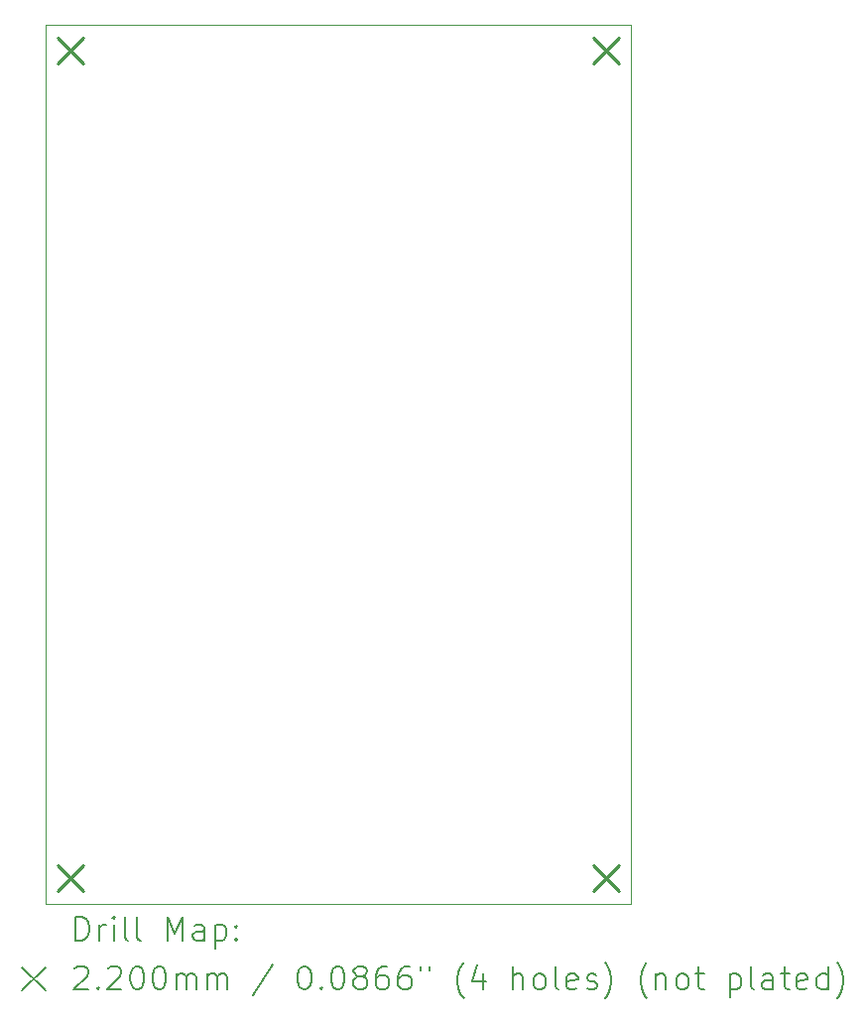
<source format=gbr>
%TF.GenerationSoftware,KiCad,Pcbnew,8.0.8*%
%TF.CreationDate,2025-01-30T21:03:49+01:00*%
%TF.ProjectId,HAMS_hub,48414d53-5f68-4756-922e-6b696361645f,rev?*%
%TF.SameCoordinates,Original*%
%TF.FileFunction,Drillmap*%
%TF.FilePolarity,Positive*%
%FSLAX45Y45*%
G04 Gerber Fmt 4.5, Leading zero omitted, Abs format (unit mm)*
G04 Created by KiCad (PCBNEW 8.0.8) date 2025-01-30 21:03:49*
%MOMM*%
%LPD*%
G01*
G04 APERTURE LIST*
%ADD10C,0.050000*%
%ADD11C,0.200000*%
%ADD12C,0.220000*%
G04 APERTURE END LIST*
D10*
X8345500Y-5870000D02*
X13345500Y-5870000D01*
X13345500Y-13370000D01*
X8345500Y-13370000D01*
X8345500Y-5870000D01*
D11*
D12*
X8450000Y-5980000D02*
X8670000Y-6200000D01*
X8670000Y-5980000D02*
X8450000Y-6200000D01*
X8450000Y-13040000D02*
X8670000Y-13260000D01*
X8670000Y-13040000D02*
X8450000Y-13260000D01*
X13020000Y-5980000D02*
X13240000Y-6200000D01*
X13240000Y-5980000D02*
X13020000Y-6200000D01*
X13020000Y-13040000D02*
X13240000Y-13260000D01*
X13240000Y-13040000D02*
X13020000Y-13260000D01*
D11*
X8603777Y-13683984D02*
X8603777Y-13483984D01*
X8603777Y-13483984D02*
X8651396Y-13483984D01*
X8651396Y-13483984D02*
X8679967Y-13493508D01*
X8679967Y-13493508D02*
X8699015Y-13512555D01*
X8699015Y-13512555D02*
X8708539Y-13531603D01*
X8708539Y-13531603D02*
X8718063Y-13569698D01*
X8718063Y-13569698D02*
X8718063Y-13598269D01*
X8718063Y-13598269D02*
X8708539Y-13636365D01*
X8708539Y-13636365D02*
X8699015Y-13655412D01*
X8699015Y-13655412D02*
X8679967Y-13674460D01*
X8679967Y-13674460D02*
X8651396Y-13683984D01*
X8651396Y-13683984D02*
X8603777Y-13683984D01*
X8803777Y-13683984D02*
X8803777Y-13550650D01*
X8803777Y-13588746D02*
X8813301Y-13569698D01*
X8813301Y-13569698D02*
X8822824Y-13560174D01*
X8822824Y-13560174D02*
X8841872Y-13550650D01*
X8841872Y-13550650D02*
X8860920Y-13550650D01*
X8927586Y-13683984D02*
X8927586Y-13550650D01*
X8927586Y-13483984D02*
X8918063Y-13493508D01*
X8918063Y-13493508D02*
X8927586Y-13503031D01*
X8927586Y-13503031D02*
X8937110Y-13493508D01*
X8937110Y-13493508D02*
X8927586Y-13483984D01*
X8927586Y-13483984D02*
X8927586Y-13503031D01*
X9051396Y-13683984D02*
X9032348Y-13674460D01*
X9032348Y-13674460D02*
X9022824Y-13655412D01*
X9022824Y-13655412D02*
X9022824Y-13483984D01*
X9156158Y-13683984D02*
X9137110Y-13674460D01*
X9137110Y-13674460D02*
X9127586Y-13655412D01*
X9127586Y-13655412D02*
X9127586Y-13483984D01*
X9384729Y-13683984D02*
X9384729Y-13483984D01*
X9384729Y-13483984D02*
X9451396Y-13626841D01*
X9451396Y-13626841D02*
X9518063Y-13483984D01*
X9518063Y-13483984D02*
X9518063Y-13683984D01*
X9699015Y-13683984D02*
X9699015Y-13579222D01*
X9699015Y-13579222D02*
X9689491Y-13560174D01*
X9689491Y-13560174D02*
X9670444Y-13550650D01*
X9670444Y-13550650D02*
X9632348Y-13550650D01*
X9632348Y-13550650D02*
X9613301Y-13560174D01*
X9699015Y-13674460D02*
X9679967Y-13683984D01*
X9679967Y-13683984D02*
X9632348Y-13683984D01*
X9632348Y-13683984D02*
X9613301Y-13674460D01*
X9613301Y-13674460D02*
X9603777Y-13655412D01*
X9603777Y-13655412D02*
X9603777Y-13636365D01*
X9603777Y-13636365D02*
X9613301Y-13617317D01*
X9613301Y-13617317D02*
X9632348Y-13607793D01*
X9632348Y-13607793D02*
X9679967Y-13607793D01*
X9679967Y-13607793D02*
X9699015Y-13598269D01*
X9794253Y-13550650D02*
X9794253Y-13750650D01*
X9794253Y-13560174D02*
X9813301Y-13550650D01*
X9813301Y-13550650D02*
X9851396Y-13550650D01*
X9851396Y-13550650D02*
X9870444Y-13560174D01*
X9870444Y-13560174D02*
X9879967Y-13569698D01*
X9879967Y-13569698D02*
X9889491Y-13588746D01*
X9889491Y-13588746D02*
X9889491Y-13645888D01*
X9889491Y-13645888D02*
X9879967Y-13664936D01*
X9879967Y-13664936D02*
X9870444Y-13674460D01*
X9870444Y-13674460D02*
X9851396Y-13683984D01*
X9851396Y-13683984D02*
X9813301Y-13683984D01*
X9813301Y-13683984D02*
X9794253Y-13674460D01*
X9975205Y-13664936D02*
X9984729Y-13674460D01*
X9984729Y-13674460D02*
X9975205Y-13683984D01*
X9975205Y-13683984D02*
X9965682Y-13674460D01*
X9965682Y-13674460D02*
X9975205Y-13664936D01*
X9975205Y-13664936D02*
X9975205Y-13683984D01*
X9975205Y-13560174D02*
X9984729Y-13569698D01*
X9984729Y-13569698D02*
X9975205Y-13579222D01*
X9975205Y-13579222D02*
X9965682Y-13569698D01*
X9965682Y-13569698D02*
X9975205Y-13560174D01*
X9975205Y-13560174D02*
X9975205Y-13579222D01*
X8143000Y-13912500D02*
X8343000Y-14112500D01*
X8343000Y-13912500D02*
X8143000Y-14112500D01*
X8594253Y-13923031D02*
X8603777Y-13913508D01*
X8603777Y-13913508D02*
X8622824Y-13903984D01*
X8622824Y-13903984D02*
X8670444Y-13903984D01*
X8670444Y-13903984D02*
X8689491Y-13913508D01*
X8689491Y-13913508D02*
X8699015Y-13923031D01*
X8699015Y-13923031D02*
X8708539Y-13942079D01*
X8708539Y-13942079D02*
X8708539Y-13961127D01*
X8708539Y-13961127D02*
X8699015Y-13989698D01*
X8699015Y-13989698D02*
X8584729Y-14103984D01*
X8584729Y-14103984D02*
X8708539Y-14103984D01*
X8794253Y-14084936D02*
X8803777Y-14094460D01*
X8803777Y-14094460D02*
X8794253Y-14103984D01*
X8794253Y-14103984D02*
X8784729Y-14094460D01*
X8784729Y-14094460D02*
X8794253Y-14084936D01*
X8794253Y-14084936D02*
X8794253Y-14103984D01*
X8879967Y-13923031D02*
X8889491Y-13913508D01*
X8889491Y-13913508D02*
X8908539Y-13903984D01*
X8908539Y-13903984D02*
X8956158Y-13903984D01*
X8956158Y-13903984D02*
X8975205Y-13913508D01*
X8975205Y-13913508D02*
X8984729Y-13923031D01*
X8984729Y-13923031D02*
X8994253Y-13942079D01*
X8994253Y-13942079D02*
X8994253Y-13961127D01*
X8994253Y-13961127D02*
X8984729Y-13989698D01*
X8984729Y-13989698D02*
X8870444Y-14103984D01*
X8870444Y-14103984D02*
X8994253Y-14103984D01*
X9118063Y-13903984D02*
X9137110Y-13903984D01*
X9137110Y-13903984D02*
X9156158Y-13913508D01*
X9156158Y-13913508D02*
X9165682Y-13923031D01*
X9165682Y-13923031D02*
X9175205Y-13942079D01*
X9175205Y-13942079D02*
X9184729Y-13980174D01*
X9184729Y-13980174D02*
X9184729Y-14027793D01*
X9184729Y-14027793D02*
X9175205Y-14065888D01*
X9175205Y-14065888D02*
X9165682Y-14084936D01*
X9165682Y-14084936D02*
X9156158Y-14094460D01*
X9156158Y-14094460D02*
X9137110Y-14103984D01*
X9137110Y-14103984D02*
X9118063Y-14103984D01*
X9118063Y-14103984D02*
X9099015Y-14094460D01*
X9099015Y-14094460D02*
X9089491Y-14084936D01*
X9089491Y-14084936D02*
X9079967Y-14065888D01*
X9079967Y-14065888D02*
X9070444Y-14027793D01*
X9070444Y-14027793D02*
X9070444Y-13980174D01*
X9070444Y-13980174D02*
X9079967Y-13942079D01*
X9079967Y-13942079D02*
X9089491Y-13923031D01*
X9089491Y-13923031D02*
X9099015Y-13913508D01*
X9099015Y-13913508D02*
X9118063Y-13903984D01*
X9308539Y-13903984D02*
X9327586Y-13903984D01*
X9327586Y-13903984D02*
X9346634Y-13913508D01*
X9346634Y-13913508D02*
X9356158Y-13923031D01*
X9356158Y-13923031D02*
X9365682Y-13942079D01*
X9365682Y-13942079D02*
X9375205Y-13980174D01*
X9375205Y-13980174D02*
X9375205Y-14027793D01*
X9375205Y-14027793D02*
X9365682Y-14065888D01*
X9365682Y-14065888D02*
X9356158Y-14084936D01*
X9356158Y-14084936D02*
X9346634Y-14094460D01*
X9346634Y-14094460D02*
X9327586Y-14103984D01*
X9327586Y-14103984D02*
X9308539Y-14103984D01*
X9308539Y-14103984D02*
X9289491Y-14094460D01*
X9289491Y-14094460D02*
X9279967Y-14084936D01*
X9279967Y-14084936D02*
X9270444Y-14065888D01*
X9270444Y-14065888D02*
X9260920Y-14027793D01*
X9260920Y-14027793D02*
X9260920Y-13980174D01*
X9260920Y-13980174D02*
X9270444Y-13942079D01*
X9270444Y-13942079D02*
X9279967Y-13923031D01*
X9279967Y-13923031D02*
X9289491Y-13913508D01*
X9289491Y-13913508D02*
X9308539Y-13903984D01*
X9460920Y-14103984D02*
X9460920Y-13970650D01*
X9460920Y-13989698D02*
X9470444Y-13980174D01*
X9470444Y-13980174D02*
X9489491Y-13970650D01*
X9489491Y-13970650D02*
X9518063Y-13970650D01*
X9518063Y-13970650D02*
X9537110Y-13980174D01*
X9537110Y-13980174D02*
X9546634Y-13999222D01*
X9546634Y-13999222D02*
X9546634Y-14103984D01*
X9546634Y-13999222D02*
X9556158Y-13980174D01*
X9556158Y-13980174D02*
X9575205Y-13970650D01*
X9575205Y-13970650D02*
X9603777Y-13970650D01*
X9603777Y-13970650D02*
X9622825Y-13980174D01*
X9622825Y-13980174D02*
X9632348Y-13999222D01*
X9632348Y-13999222D02*
X9632348Y-14103984D01*
X9727586Y-14103984D02*
X9727586Y-13970650D01*
X9727586Y-13989698D02*
X9737110Y-13980174D01*
X9737110Y-13980174D02*
X9756158Y-13970650D01*
X9756158Y-13970650D02*
X9784729Y-13970650D01*
X9784729Y-13970650D02*
X9803777Y-13980174D01*
X9803777Y-13980174D02*
X9813301Y-13999222D01*
X9813301Y-13999222D02*
X9813301Y-14103984D01*
X9813301Y-13999222D02*
X9822825Y-13980174D01*
X9822825Y-13980174D02*
X9841872Y-13970650D01*
X9841872Y-13970650D02*
X9870444Y-13970650D01*
X9870444Y-13970650D02*
X9889491Y-13980174D01*
X9889491Y-13980174D02*
X9899015Y-13999222D01*
X9899015Y-13999222D02*
X9899015Y-14103984D01*
X10289491Y-13894460D02*
X10118063Y-14151603D01*
X10546634Y-13903984D02*
X10565682Y-13903984D01*
X10565682Y-13903984D02*
X10584729Y-13913508D01*
X10584729Y-13913508D02*
X10594253Y-13923031D01*
X10594253Y-13923031D02*
X10603777Y-13942079D01*
X10603777Y-13942079D02*
X10613301Y-13980174D01*
X10613301Y-13980174D02*
X10613301Y-14027793D01*
X10613301Y-14027793D02*
X10603777Y-14065888D01*
X10603777Y-14065888D02*
X10594253Y-14084936D01*
X10594253Y-14084936D02*
X10584729Y-14094460D01*
X10584729Y-14094460D02*
X10565682Y-14103984D01*
X10565682Y-14103984D02*
X10546634Y-14103984D01*
X10546634Y-14103984D02*
X10527587Y-14094460D01*
X10527587Y-14094460D02*
X10518063Y-14084936D01*
X10518063Y-14084936D02*
X10508539Y-14065888D01*
X10508539Y-14065888D02*
X10499015Y-14027793D01*
X10499015Y-14027793D02*
X10499015Y-13980174D01*
X10499015Y-13980174D02*
X10508539Y-13942079D01*
X10508539Y-13942079D02*
X10518063Y-13923031D01*
X10518063Y-13923031D02*
X10527587Y-13913508D01*
X10527587Y-13913508D02*
X10546634Y-13903984D01*
X10699015Y-14084936D02*
X10708539Y-14094460D01*
X10708539Y-14094460D02*
X10699015Y-14103984D01*
X10699015Y-14103984D02*
X10689491Y-14094460D01*
X10689491Y-14094460D02*
X10699015Y-14084936D01*
X10699015Y-14084936D02*
X10699015Y-14103984D01*
X10832348Y-13903984D02*
X10851396Y-13903984D01*
X10851396Y-13903984D02*
X10870444Y-13913508D01*
X10870444Y-13913508D02*
X10879968Y-13923031D01*
X10879968Y-13923031D02*
X10889491Y-13942079D01*
X10889491Y-13942079D02*
X10899015Y-13980174D01*
X10899015Y-13980174D02*
X10899015Y-14027793D01*
X10899015Y-14027793D02*
X10889491Y-14065888D01*
X10889491Y-14065888D02*
X10879968Y-14084936D01*
X10879968Y-14084936D02*
X10870444Y-14094460D01*
X10870444Y-14094460D02*
X10851396Y-14103984D01*
X10851396Y-14103984D02*
X10832348Y-14103984D01*
X10832348Y-14103984D02*
X10813301Y-14094460D01*
X10813301Y-14094460D02*
X10803777Y-14084936D01*
X10803777Y-14084936D02*
X10794253Y-14065888D01*
X10794253Y-14065888D02*
X10784729Y-14027793D01*
X10784729Y-14027793D02*
X10784729Y-13980174D01*
X10784729Y-13980174D02*
X10794253Y-13942079D01*
X10794253Y-13942079D02*
X10803777Y-13923031D01*
X10803777Y-13923031D02*
X10813301Y-13913508D01*
X10813301Y-13913508D02*
X10832348Y-13903984D01*
X11013301Y-13989698D02*
X10994253Y-13980174D01*
X10994253Y-13980174D02*
X10984729Y-13970650D01*
X10984729Y-13970650D02*
X10975206Y-13951603D01*
X10975206Y-13951603D02*
X10975206Y-13942079D01*
X10975206Y-13942079D02*
X10984729Y-13923031D01*
X10984729Y-13923031D02*
X10994253Y-13913508D01*
X10994253Y-13913508D02*
X11013301Y-13903984D01*
X11013301Y-13903984D02*
X11051396Y-13903984D01*
X11051396Y-13903984D02*
X11070444Y-13913508D01*
X11070444Y-13913508D02*
X11079968Y-13923031D01*
X11079968Y-13923031D02*
X11089491Y-13942079D01*
X11089491Y-13942079D02*
X11089491Y-13951603D01*
X11089491Y-13951603D02*
X11079968Y-13970650D01*
X11079968Y-13970650D02*
X11070444Y-13980174D01*
X11070444Y-13980174D02*
X11051396Y-13989698D01*
X11051396Y-13989698D02*
X11013301Y-13989698D01*
X11013301Y-13989698D02*
X10994253Y-13999222D01*
X10994253Y-13999222D02*
X10984729Y-14008746D01*
X10984729Y-14008746D02*
X10975206Y-14027793D01*
X10975206Y-14027793D02*
X10975206Y-14065888D01*
X10975206Y-14065888D02*
X10984729Y-14084936D01*
X10984729Y-14084936D02*
X10994253Y-14094460D01*
X10994253Y-14094460D02*
X11013301Y-14103984D01*
X11013301Y-14103984D02*
X11051396Y-14103984D01*
X11051396Y-14103984D02*
X11070444Y-14094460D01*
X11070444Y-14094460D02*
X11079968Y-14084936D01*
X11079968Y-14084936D02*
X11089491Y-14065888D01*
X11089491Y-14065888D02*
X11089491Y-14027793D01*
X11089491Y-14027793D02*
X11079968Y-14008746D01*
X11079968Y-14008746D02*
X11070444Y-13999222D01*
X11070444Y-13999222D02*
X11051396Y-13989698D01*
X11260920Y-13903984D02*
X11222825Y-13903984D01*
X11222825Y-13903984D02*
X11203777Y-13913508D01*
X11203777Y-13913508D02*
X11194253Y-13923031D01*
X11194253Y-13923031D02*
X11175206Y-13951603D01*
X11175206Y-13951603D02*
X11165682Y-13989698D01*
X11165682Y-13989698D02*
X11165682Y-14065888D01*
X11165682Y-14065888D02*
X11175206Y-14084936D01*
X11175206Y-14084936D02*
X11184729Y-14094460D01*
X11184729Y-14094460D02*
X11203777Y-14103984D01*
X11203777Y-14103984D02*
X11241872Y-14103984D01*
X11241872Y-14103984D02*
X11260920Y-14094460D01*
X11260920Y-14094460D02*
X11270444Y-14084936D01*
X11270444Y-14084936D02*
X11279967Y-14065888D01*
X11279967Y-14065888D02*
X11279967Y-14018269D01*
X11279967Y-14018269D02*
X11270444Y-13999222D01*
X11270444Y-13999222D02*
X11260920Y-13989698D01*
X11260920Y-13989698D02*
X11241872Y-13980174D01*
X11241872Y-13980174D02*
X11203777Y-13980174D01*
X11203777Y-13980174D02*
X11184729Y-13989698D01*
X11184729Y-13989698D02*
X11175206Y-13999222D01*
X11175206Y-13999222D02*
X11165682Y-14018269D01*
X11451396Y-13903984D02*
X11413301Y-13903984D01*
X11413301Y-13903984D02*
X11394253Y-13913508D01*
X11394253Y-13913508D02*
X11384729Y-13923031D01*
X11384729Y-13923031D02*
X11365682Y-13951603D01*
X11365682Y-13951603D02*
X11356158Y-13989698D01*
X11356158Y-13989698D02*
X11356158Y-14065888D01*
X11356158Y-14065888D02*
X11365682Y-14084936D01*
X11365682Y-14084936D02*
X11375206Y-14094460D01*
X11375206Y-14094460D02*
X11394253Y-14103984D01*
X11394253Y-14103984D02*
X11432348Y-14103984D01*
X11432348Y-14103984D02*
X11451396Y-14094460D01*
X11451396Y-14094460D02*
X11460920Y-14084936D01*
X11460920Y-14084936D02*
X11470444Y-14065888D01*
X11470444Y-14065888D02*
X11470444Y-14018269D01*
X11470444Y-14018269D02*
X11460920Y-13999222D01*
X11460920Y-13999222D02*
X11451396Y-13989698D01*
X11451396Y-13989698D02*
X11432348Y-13980174D01*
X11432348Y-13980174D02*
X11394253Y-13980174D01*
X11394253Y-13980174D02*
X11375206Y-13989698D01*
X11375206Y-13989698D02*
X11365682Y-13999222D01*
X11365682Y-13999222D02*
X11356158Y-14018269D01*
X11546634Y-13903984D02*
X11546634Y-13942079D01*
X11622825Y-13903984D02*
X11622825Y-13942079D01*
X11918063Y-14180174D02*
X11908539Y-14170650D01*
X11908539Y-14170650D02*
X11889491Y-14142079D01*
X11889491Y-14142079D02*
X11879968Y-14123031D01*
X11879968Y-14123031D02*
X11870444Y-14094460D01*
X11870444Y-14094460D02*
X11860920Y-14046841D01*
X11860920Y-14046841D02*
X11860920Y-14008746D01*
X11860920Y-14008746D02*
X11870444Y-13961127D01*
X11870444Y-13961127D02*
X11879968Y-13932555D01*
X11879968Y-13932555D02*
X11889491Y-13913508D01*
X11889491Y-13913508D02*
X11908539Y-13884936D01*
X11908539Y-13884936D02*
X11918063Y-13875412D01*
X12079968Y-13970650D02*
X12079968Y-14103984D01*
X12032348Y-13894460D02*
X11984729Y-14037317D01*
X11984729Y-14037317D02*
X12108539Y-14037317D01*
X12337110Y-14103984D02*
X12337110Y-13903984D01*
X12422825Y-14103984D02*
X12422825Y-13999222D01*
X12422825Y-13999222D02*
X12413301Y-13980174D01*
X12413301Y-13980174D02*
X12394253Y-13970650D01*
X12394253Y-13970650D02*
X12365682Y-13970650D01*
X12365682Y-13970650D02*
X12346634Y-13980174D01*
X12346634Y-13980174D02*
X12337110Y-13989698D01*
X12546634Y-14103984D02*
X12527587Y-14094460D01*
X12527587Y-14094460D02*
X12518063Y-14084936D01*
X12518063Y-14084936D02*
X12508539Y-14065888D01*
X12508539Y-14065888D02*
X12508539Y-14008746D01*
X12508539Y-14008746D02*
X12518063Y-13989698D01*
X12518063Y-13989698D02*
X12527587Y-13980174D01*
X12527587Y-13980174D02*
X12546634Y-13970650D01*
X12546634Y-13970650D02*
X12575206Y-13970650D01*
X12575206Y-13970650D02*
X12594253Y-13980174D01*
X12594253Y-13980174D02*
X12603777Y-13989698D01*
X12603777Y-13989698D02*
X12613301Y-14008746D01*
X12613301Y-14008746D02*
X12613301Y-14065888D01*
X12613301Y-14065888D02*
X12603777Y-14084936D01*
X12603777Y-14084936D02*
X12594253Y-14094460D01*
X12594253Y-14094460D02*
X12575206Y-14103984D01*
X12575206Y-14103984D02*
X12546634Y-14103984D01*
X12727587Y-14103984D02*
X12708539Y-14094460D01*
X12708539Y-14094460D02*
X12699015Y-14075412D01*
X12699015Y-14075412D02*
X12699015Y-13903984D01*
X12879968Y-14094460D02*
X12860920Y-14103984D01*
X12860920Y-14103984D02*
X12822825Y-14103984D01*
X12822825Y-14103984D02*
X12803777Y-14094460D01*
X12803777Y-14094460D02*
X12794253Y-14075412D01*
X12794253Y-14075412D02*
X12794253Y-13999222D01*
X12794253Y-13999222D02*
X12803777Y-13980174D01*
X12803777Y-13980174D02*
X12822825Y-13970650D01*
X12822825Y-13970650D02*
X12860920Y-13970650D01*
X12860920Y-13970650D02*
X12879968Y-13980174D01*
X12879968Y-13980174D02*
X12889491Y-13999222D01*
X12889491Y-13999222D02*
X12889491Y-14018269D01*
X12889491Y-14018269D02*
X12794253Y-14037317D01*
X12965682Y-14094460D02*
X12984730Y-14103984D01*
X12984730Y-14103984D02*
X13022825Y-14103984D01*
X13022825Y-14103984D02*
X13041872Y-14094460D01*
X13041872Y-14094460D02*
X13051396Y-14075412D01*
X13051396Y-14075412D02*
X13051396Y-14065888D01*
X13051396Y-14065888D02*
X13041872Y-14046841D01*
X13041872Y-14046841D02*
X13022825Y-14037317D01*
X13022825Y-14037317D02*
X12994253Y-14037317D01*
X12994253Y-14037317D02*
X12975206Y-14027793D01*
X12975206Y-14027793D02*
X12965682Y-14008746D01*
X12965682Y-14008746D02*
X12965682Y-13999222D01*
X12965682Y-13999222D02*
X12975206Y-13980174D01*
X12975206Y-13980174D02*
X12994253Y-13970650D01*
X12994253Y-13970650D02*
X13022825Y-13970650D01*
X13022825Y-13970650D02*
X13041872Y-13980174D01*
X13118063Y-14180174D02*
X13127587Y-14170650D01*
X13127587Y-14170650D02*
X13146634Y-14142079D01*
X13146634Y-14142079D02*
X13156158Y-14123031D01*
X13156158Y-14123031D02*
X13165682Y-14094460D01*
X13165682Y-14094460D02*
X13175206Y-14046841D01*
X13175206Y-14046841D02*
X13175206Y-14008746D01*
X13175206Y-14008746D02*
X13165682Y-13961127D01*
X13165682Y-13961127D02*
X13156158Y-13932555D01*
X13156158Y-13932555D02*
X13146634Y-13913508D01*
X13146634Y-13913508D02*
X13127587Y-13884936D01*
X13127587Y-13884936D02*
X13118063Y-13875412D01*
X13479968Y-14180174D02*
X13470444Y-14170650D01*
X13470444Y-14170650D02*
X13451396Y-14142079D01*
X13451396Y-14142079D02*
X13441872Y-14123031D01*
X13441872Y-14123031D02*
X13432349Y-14094460D01*
X13432349Y-14094460D02*
X13422825Y-14046841D01*
X13422825Y-14046841D02*
X13422825Y-14008746D01*
X13422825Y-14008746D02*
X13432349Y-13961127D01*
X13432349Y-13961127D02*
X13441872Y-13932555D01*
X13441872Y-13932555D02*
X13451396Y-13913508D01*
X13451396Y-13913508D02*
X13470444Y-13884936D01*
X13470444Y-13884936D02*
X13479968Y-13875412D01*
X13556158Y-13970650D02*
X13556158Y-14103984D01*
X13556158Y-13989698D02*
X13565682Y-13980174D01*
X13565682Y-13980174D02*
X13584730Y-13970650D01*
X13584730Y-13970650D02*
X13613301Y-13970650D01*
X13613301Y-13970650D02*
X13632349Y-13980174D01*
X13632349Y-13980174D02*
X13641872Y-13999222D01*
X13641872Y-13999222D02*
X13641872Y-14103984D01*
X13765682Y-14103984D02*
X13746634Y-14094460D01*
X13746634Y-14094460D02*
X13737111Y-14084936D01*
X13737111Y-14084936D02*
X13727587Y-14065888D01*
X13727587Y-14065888D02*
X13727587Y-14008746D01*
X13727587Y-14008746D02*
X13737111Y-13989698D01*
X13737111Y-13989698D02*
X13746634Y-13980174D01*
X13746634Y-13980174D02*
X13765682Y-13970650D01*
X13765682Y-13970650D02*
X13794253Y-13970650D01*
X13794253Y-13970650D02*
X13813301Y-13980174D01*
X13813301Y-13980174D02*
X13822825Y-13989698D01*
X13822825Y-13989698D02*
X13832349Y-14008746D01*
X13832349Y-14008746D02*
X13832349Y-14065888D01*
X13832349Y-14065888D02*
X13822825Y-14084936D01*
X13822825Y-14084936D02*
X13813301Y-14094460D01*
X13813301Y-14094460D02*
X13794253Y-14103984D01*
X13794253Y-14103984D02*
X13765682Y-14103984D01*
X13889492Y-13970650D02*
X13965682Y-13970650D01*
X13918063Y-13903984D02*
X13918063Y-14075412D01*
X13918063Y-14075412D02*
X13927587Y-14094460D01*
X13927587Y-14094460D02*
X13946634Y-14103984D01*
X13946634Y-14103984D02*
X13965682Y-14103984D01*
X14184730Y-13970650D02*
X14184730Y-14170650D01*
X14184730Y-13980174D02*
X14203777Y-13970650D01*
X14203777Y-13970650D02*
X14241873Y-13970650D01*
X14241873Y-13970650D02*
X14260920Y-13980174D01*
X14260920Y-13980174D02*
X14270444Y-13989698D01*
X14270444Y-13989698D02*
X14279968Y-14008746D01*
X14279968Y-14008746D02*
X14279968Y-14065888D01*
X14279968Y-14065888D02*
X14270444Y-14084936D01*
X14270444Y-14084936D02*
X14260920Y-14094460D01*
X14260920Y-14094460D02*
X14241873Y-14103984D01*
X14241873Y-14103984D02*
X14203777Y-14103984D01*
X14203777Y-14103984D02*
X14184730Y-14094460D01*
X14394253Y-14103984D02*
X14375206Y-14094460D01*
X14375206Y-14094460D02*
X14365682Y-14075412D01*
X14365682Y-14075412D02*
X14365682Y-13903984D01*
X14556158Y-14103984D02*
X14556158Y-13999222D01*
X14556158Y-13999222D02*
X14546634Y-13980174D01*
X14546634Y-13980174D02*
X14527587Y-13970650D01*
X14527587Y-13970650D02*
X14489492Y-13970650D01*
X14489492Y-13970650D02*
X14470444Y-13980174D01*
X14556158Y-14094460D02*
X14537111Y-14103984D01*
X14537111Y-14103984D02*
X14489492Y-14103984D01*
X14489492Y-14103984D02*
X14470444Y-14094460D01*
X14470444Y-14094460D02*
X14460920Y-14075412D01*
X14460920Y-14075412D02*
X14460920Y-14056365D01*
X14460920Y-14056365D02*
X14470444Y-14037317D01*
X14470444Y-14037317D02*
X14489492Y-14027793D01*
X14489492Y-14027793D02*
X14537111Y-14027793D01*
X14537111Y-14027793D02*
X14556158Y-14018269D01*
X14622825Y-13970650D02*
X14699015Y-13970650D01*
X14651396Y-13903984D02*
X14651396Y-14075412D01*
X14651396Y-14075412D02*
X14660920Y-14094460D01*
X14660920Y-14094460D02*
X14679968Y-14103984D01*
X14679968Y-14103984D02*
X14699015Y-14103984D01*
X14841873Y-14094460D02*
X14822825Y-14103984D01*
X14822825Y-14103984D02*
X14784730Y-14103984D01*
X14784730Y-14103984D02*
X14765682Y-14094460D01*
X14765682Y-14094460D02*
X14756158Y-14075412D01*
X14756158Y-14075412D02*
X14756158Y-13999222D01*
X14756158Y-13999222D02*
X14765682Y-13980174D01*
X14765682Y-13980174D02*
X14784730Y-13970650D01*
X14784730Y-13970650D02*
X14822825Y-13970650D01*
X14822825Y-13970650D02*
X14841873Y-13980174D01*
X14841873Y-13980174D02*
X14851396Y-13999222D01*
X14851396Y-13999222D02*
X14851396Y-14018269D01*
X14851396Y-14018269D02*
X14756158Y-14037317D01*
X15022825Y-14103984D02*
X15022825Y-13903984D01*
X15022825Y-14094460D02*
X15003777Y-14103984D01*
X15003777Y-14103984D02*
X14965682Y-14103984D01*
X14965682Y-14103984D02*
X14946634Y-14094460D01*
X14946634Y-14094460D02*
X14937111Y-14084936D01*
X14937111Y-14084936D02*
X14927587Y-14065888D01*
X14927587Y-14065888D02*
X14927587Y-14008746D01*
X14927587Y-14008746D02*
X14937111Y-13989698D01*
X14937111Y-13989698D02*
X14946634Y-13980174D01*
X14946634Y-13980174D02*
X14965682Y-13970650D01*
X14965682Y-13970650D02*
X15003777Y-13970650D01*
X15003777Y-13970650D02*
X15022825Y-13980174D01*
X15099015Y-14180174D02*
X15108539Y-14170650D01*
X15108539Y-14170650D02*
X15127587Y-14142079D01*
X15127587Y-14142079D02*
X15137111Y-14123031D01*
X15137111Y-14123031D02*
X15146634Y-14094460D01*
X15146634Y-14094460D02*
X15156158Y-14046841D01*
X15156158Y-14046841D02*
X15156158Y-14008746D01*
X15156158Y-14008746D02*
X15146634Y-13961127D01*
X15146634Y-13961127D02*
X15137111Y-13932555D01*
X15137111Y-13932555D02*
X15127587Y-13913508D01*
X15127587Y-13913508D02*
X15108539Y-13884936D01*
X15108539Y-13884936D02*
X15099015Y-13875412D01*
M02*

</source>
